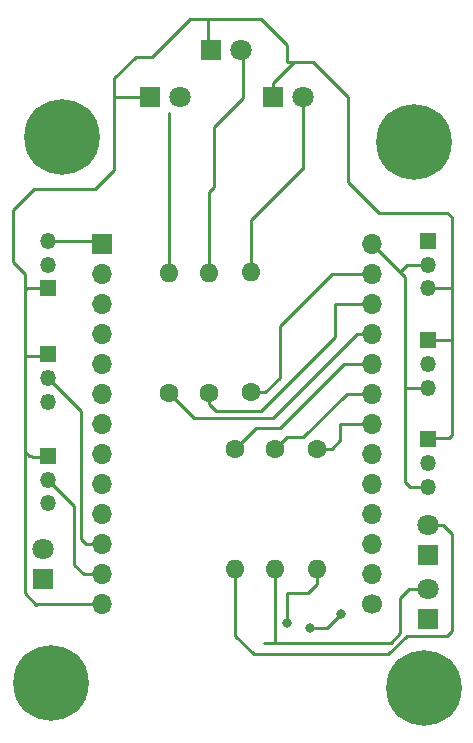
<source format=gbr>
%TF.GenerationSoftware,KiCad,Pcbnew,6.0.9-8da3e8f707~116~ubuntu20.04.1*%
%TF.CreationDate,2022-11-02T01:09:36+01:00*%
%TF.ProjectId,eleonora amianto 28bps,656c656f-6e6f-4726-9120-616d69616e74,rev?*%
%TF.SameCoordinates,Original*%
%TF.FileFunction,Copper,L1,Top*%
%TF.FilePolarity,Positive*%
%FSLAX46Y46*%
G04 Gerber Fmt 4.6, Leading zero omitted, Abs format (unit mm)*
G04 Created by KiCad (PCBNEW 6.0.9-8da3e8f707~116~ubuntu20.04.1) date 2022-11-02 01:09:36*
%MOMM*%
%LPD*%
G01*
G04 APERTURE LIST*
%TA.AperFunction,ComponentPad*%
%ADD10R,1.800000X1.800000*%
%TD*%
%TA.AperFunction,ComponentPad*%
%ADD11C,1.800000*%
%TD*%
%TA.AperFunction,ComponentPad*%
%ADD12C,1.600000*%
%TD*%
%TA.AperFunction,ComponentPad*%
%ADD13O,1.600000X1.600000*%
%TD*%
%TA.AperFunction,ComponentPad*%
%ADD14C,6.400000*%
%TD*%
%TA.AperFunction,ComponentPad*%
%ADD15R,1.350000X1.350000*%
%TD*%
%TA.AperFunction,ComponentPad*%
%ADD16O,1.350000X1.350000*%
%TD*%
%TA.AperFunction,ComponentPad*%
%ADD17R,1.700000X1.700000*%
%TD*%
%TA.AperFunction,ComponentPad*%
%ADD18O,1.700000X1.700000*%
%TD*%
%TA.AperFunction,ComponentPad*%
%ADD19C,1.700000*%
%TD*%
%TA.AperFunction,ViaPad*%
%ADD20C,0.800000*%
%TD*%
%TA.AperFunction,Conductor*%
%ADD21C,0.250000*%
%TD*%
G04 APERTURE END LIST*
D10*
%TO.P,D2,1,K*%
%TO.N,GND*%
X103600000Y-84200000D03*
D11*
%TO.P,D2,2,A*%
%TO.N,Net-(D2-Pad2)*%
X106140000Y-84200000D03*
%TD*%
D10*
%TO.P,D3,1,K*%
%TO.N,GND*%
X98460000Y-88200000D03*
D11*
%TO.P,D3,2,A*%
%TO.N,Net-(D3-Pad2)*%
X101000000Y-88200000D03*
%TD*%
D10*
%TO.P,D1,1,K*%
%TO.N,GND*%
X108800000Y-88200000D03*
D11*
%TO.P,D1,2,A*%
%TO.N,Net-(D1-Pad2)*%
X111340000Y-88200000D03*
%TD*%
D12*
%TO.P,R1,1*%
%TO.N,Net-(R1-Pad1)*%
X107000000Y-113200000D03*
D13*
%TO.P,R1,2*%
%TO.N,Net-(D1-Pad2)*%
X107000000Y-103040000D03*
%TD*%
D12*
%TO.P,R3,1*%
%TO.N,Net-(R3-Pad1)*%
X100000000Y-113290000D03*
D13*
%TO.P,R3,2*%
%TO.N,Net-(D3-Pad2)*%
X100000000Y-103130000D03*
%TD*%
D12*
%TO.P,R4,1*%
%TO.N,Net-(R4-Pad1)*%
X105600000Y-118000000D03*
D13*
%TO.P,R4,2*%
%TO.N,Net-(D4-Pad2)*%
X105600000Y-128160000D03*
%TD*%
D12*
%TO.P,R5,1*%
%TO.N,Net-(R5-Pad1)*%
X109000000Y-118000000D03*
D13*
%TO.P,R5,2*%
%TO.N,Net-(D5-Pad2)*%
X109000000Y-128160000D03*
%TD*%
D12*
%TO.P,R6,1*%
%TO.N,Net-(R6-Pad1)*%
X112600000Y-118000000D03*
D13*
%TO.P,R6,2*%
%TO.N,Net-(D6-Pad2)*%
X112600000Y-128160000D03*
%TD*%
D12*
%TO.P,R2,1*%
%TO.N,Net-(R2-Pad1)*%
X103400000Y-113290000D03*
D13*
%TO.P,R2,2*%
%TO.N,Net-(D2-Pad2)*%
X103400000Y-103130000D03*
%TD*%
D10*
%TO.P,D5,1,K*%
%TO.N,unconnected-(D5-Pad1)*%
X122000000Y-132400000D03*
D11*
%TO.P,D5,2,A*%
%TO.N,Net-(D5-Pad2)*%
X122000000Y-129860000D03*
%TD*%
D10*
%TO.P,D6,1,K*%
%TO.N,unconnected-(D6-Pad1)*%
X89400000Y-129000000D03*
D11*
%TO.P,D6,2,A*%
%TO.N,Net-(D6-Pad2)*%
X89400000Y-126460000D03*
%TD*%
D14*
%TO.P,REF\u002A\u002A,1*%
%TO.N,N/C*%
X90000000Y-137800000D03*
%TD*%
D15*
%TO.P,RV4,1,1*%
%TO.N,GND*%
X89750000Y-118600000D03*
D16*
%TO.P,RV4,2,2*%
%TO.N,Net-(RV4-Pad2)*%
X89750000Y-120600000D03*
%TO.P,RV4,3,3*%
%TO.N,VCC*%
X89750000Y-122600000D03*
%TD*%
D15*
%TO.P,M1,1,Pin_1*%
%TO.N,Net-(M1-Pad1)*%
X122000000Y-100400000D03*
D16*
%TO.P,M1,2,Pin_2*%
%TO.N,VCC*%
X122000000Y-102400000D03*
%TO.P,M1,3,Pin_3*%
%TO.N,GND*%
X122000000Y-104400000D03*
%TD*%
D15*
%TO.P,RV1,1,1*%
%TO.N,GND*%
X122000000Y-117200000D03*
D16*
%TO.P,RV1,2,2*%
%TO.N,Net-(RV1-Pad2)*%
X122000000Y-119200000D03*
%TO.P,RV1,3,3*%
%TO.N,VCC*%
X122000000Y-121200000D03*
%TD*%
D15*
%TO.P,HB1,1,Pin_1*%
%TO.N,GND*%
X89750000Y-104400000D03*
D16*
%TO.P,HB1,2,Pin_2*%
%TO.N,VCC*%
X89750000Y-102400000D03*
%TO.P,HB1,3,Pin_3*%
%TO.N,Net-(HB1-Pad3)*%
X89750000Y-100400000D03*
%TD*%
D14*
%TO.P,REF\u002A\u002A,1*%
%TO.N,N/C*%
X121600000Y-138200000D03*
%TD*%
D15*
%TO.P,RV3,1,1*%
%TO.N,GND*%
X89800000Y-110000000D03*
D16*
%TO.P,RV3,2,2*%
%TO.N,Net-(RV3-Pad2)*%
X89800000Y-112000000D03*
%TO.P,RV3,3,3*%
%TO.N,VCC*%
X89800000Y-114000000D03*
%TD*%
D14*
%TO.P,REF\u002A\u002A,1*%
%TO.N,N/C*%
X91000000Y-91600000D03*
%TD*%
D17*
%TO.P,U1,1,VP*%
%TO.N,Net-(HB1-Pad3)*%
X94340000Y-100635000D03*
D18*
%TO.P,U1,2,VN*%
%TO.N,unconnected-(U1-Pad2)*%
X94340000Y-103175000D03*
%TO.P,U1,3,EN*%
%TO.N,unconnected-(U1-Pad3)*%
X94340000Y-105715000D03*
%TO.P,U1,4,34*%
%TO.N,unconnected-(U1-Pad4)*%
X94340000Y-108255000D03*
%TO.P,U1,5,35*%
%TO.N,unconnected-(U1-Pad5)*%
X94340000Y-110795000D03*
%TO.P,U1,6,32*%
%TO.N,unconnected-(U1-Pad6)*%
X94340000Y-113335000D03*
%TO.P,U1,7,33*%
%TO.N,unconnected-(U1-Pad7)*%
X94340000Y-115875000D03*
%TO.P,U1,8,25*%
%TO.N,unconnected-(U1-Pad8)*%
X94340000Y-118415000D03*
%TO.P,U1,9,26*%
%TO.N,Net-(RV1-Pad2)*%
X94340000Y-120955000D03*
%TO.P,U1,10,27*%
%TO.N,Net-(RV2-Pad2)*%
X94340000Y-123495000D03*
%TO.P,U1,11,14*%
%TO.N,Net-(RV3-Pad2)*%
X94340000Y-126035000D03*
%TO.P,U1,12,12*%
%TO.N,Net-(RV4-Pad2)*%
X94340000Y-128575000D03*
%TO.P,U1,13,GND*%
%TO.N,GND*%
X94340000Y-131115000D03*
D19*
%TO.P,U1,14,13*%
%TO.N,unconnected-(U1-Pad14)*%
X117200000Y-131115000D03*
D18*
%TO.P,U1,15,15*%
%TO.N,Net-(M1-Pad1)*%
X117200000Y-128575000D03*
%TO.P,U1,16,2*%
%TO.N,unconnected-(U1-Pad16)*%
X117200000Y-126035000D03*
%TO.P,U1,17,0*%
%TO.N,unconnected-(U1-Pad17)*%
X117200000Y-123495000D03*
%TO.P,U1,18,4*%
%TO.N,unconnected-(U1-Pad18)*%
X117200000Y-120955000D03*
%TO.P,U1,19,16*%
%TO.N,unconnected-(U1-Pad19)*%
X117200000Y-118415000D03*
%TO.P,U1,20,17*%
%TO.N,Net-(R6-Pad1)*%
X117200000Y-115875000D03*
%TO.P,U1,21,5*%
%TO.N,Net-(R5-Pad1)*%
X117200000Y-113335000D03*
%TO.P,U1,22,18*%
%TO.N,Net-(R4-Pad1)*%
X117200000Y-110795000D03*
%TO.P,U1,23,23*%
%TO.N,Net-(R3-Pad1)*%
X117200000Y-108255000D03*
%TO.P,U1,24,19*%
%TO.N,Net-(R2-Pad1)*%
X117200000Y-105715000D03*
%TO.P,U1,25,22*%
%TO.N,Net-(R1-Pad1)*%
X117200000Y-103175000D03*
%TO.P,U1,26,3v3*%
%TO.N,VCC*%
X117200000Y-100635000D03*
%TD*%
D10*
%TO.P,D4,1,K*%
%TO.N,unconnected-(D4-Pad1)*%
X122000000Y-127000000D03*
D11*
%TO.P,D4,2,A*%
%TO.N,Net-(D4-Pad2)*%
X122000000Y-124460000D03*
%TD*%
D15*
%TO.P,RV2,1,1*%
%TO.N,GND*%
X122000000Y-108800000D03*
D16*
%TO.P,RV2,2,2*%
%TO.N,Net-(RV2-Pad2)*%
X122000000Y-110800000D03*
%TO.P,RV2,3,3*%
%TO.N,VCC*%
X122000000Y-112800000D03*
%TD*%
D14*
%TO.P,REF\u002A\u002A,1*%
%TO.N,N/C*%
X120800000Y-92000000D03*
%TD*%
D20*
%TO.N,Net-(RV1-Pad2)*%
X112000000Y-133200000D03*
X114600000Y-132000000D03*
%TO.N,Net-(D6-Pad2)*%
X110062500Y-132737500D03*
%TD*%
D21*
%TO.N,Net-(D1-Pad2)*%
X109850000Y-95750000D02*
X111300000Y-94300000D01*
X111340000Y-94260000D02*
X111300000Y-94300000D01*
X111340000Y-88200000D02*
X111340000Y-94260000D01*
%TO.N,GND*%
X110600000Y-85200000D02*
X112200000Y-85200000D01*
X110000000Y-85200000D02*
X110600000Y-85200000D01*
X110600000Y-85200000D02*
X108800000Y-87000000D01*
X108800000Y-87000000D02*
X108800000Y-88200000D01*
X95400000Y-86600000D02*
X95400000Y-88200000D01*
X98460000Y-88200000D02*
X95400000Y-88200000D01*
X95400000Y-88200000D02*
X95400000Y-94400000D01*
X103200000Y-81600000D02*
X101800000Y-81600000D01*
X101800000Y-81600000D02*
X98600000Y-84800000D01*
X98600000Y-84800000D02*
X97200000Y-84800000D01*
X97200000Y-84800000D02*
X95400000Y-86600000D01*
X95400000Y-94400000D02*
X93800000Y-96000000D01*
X93800000Y-96000000D02*
X88600000Y-96000000D01*
X88600000Y-96000000D02*
X86800000Y-97800000D01*
X86800000Y-102200000D02*
X87800000Y-103200000D01*
X86800000Y-97800000D02*
X86800000Y-102200000D01*
X87800000Y-103200000D02*
X87800000Y-104600000D01*
X98460000Y-88200000D02*
X98460000Y-88340000D01*
%TO.N,Net-(D3-Pad2)*%
X100000000Y-89600000D02*
X100000000Y-103130000D01*
%TO.N,Net-(D2-Pad2)*%
X103800000Y-95840000D02*
X103400000Y-96240000D01*
X103400000Y-96240000D02*
X103400000Y-103130000D01*
%TO.N,Net-(D1-Pad2)*%
X109850000Y-95750000D02*
X107000000Y-98600000D01*
X107000000Y-98600000D02*
X107000000Y-103040000D01*
%TO.N,Net-(R1-Pad1)*%
X117200000Y-103175000D02*
X113825000Y-103175000D01*
X113825000Y-103175000D02*
X109400000Y-107600000D01*
X109400000Y-107600000D02*
X109400000Y-112000000D01*
X109400000Y-112000000D02*
X108200000Y-113200000D01*
X108200000Y-113200000D02*
X107000000Y-113200000D01*
%TO.N,Net-(R2-Pad1)*%
X114085000Y-105715000D02*
X117200000Y-105715000D01*
X114085000Y-105715000D02*
X114085000Y-108515000D01*
X114085000Y-108515000D02*
X107800000Y-114800000D01*
X107800000Y-114800000D02*
X104000000Y-114800000D01*
X104000000Y-114800000D02*
X103400000Y-114200000D01*
X103400000Y-114200000D02*
X103400000Y-113290000D01*
%TO.N,Net-(R3-Pad1)*%
X115945000Y-108255000D02*
X108800000Y-115400000D01*
X117200000Y-108255000D02*
X115945000Y-108255000D01*
X108800000Y-115400000D02*
X102110000Y-115400000D01*
X102110000Y-115400000D02*
X100000000Y-113290000D01*
%TO.N,Net-(R4-Pad1)*%
X109400000Y-116200000D02*
X107400000Y-116200000D01*
X114805000Y-110795000D02*
X109400000Y-116200000D01*
X107400000Y-116200000D02*
X105600000Y-118000000D01*
%TO.N,Net-(D4-Pad2)*%
X105600000Y-128160000D02*
X105600000Y-133800000D01*
X107200000Y-135400000D02*
X118600000Y-135400000D01*
X105600000Y-133800000D02*
X107200000Y-135400000D01*
%TO.N,Net-(D5-Pad2)*%
X108062500Y-134400000D02*
X109000000Y-134400000D01*
X109000000Y-134400000D02*
X118800000Y-134400000D01*
X109000000Y-128160000D02*
X109000000Y-134400000D01*
%TO.N,Net-(R5-Pad1)*%
X111400000Y-117000000D02*
X115065000Y-113335000D01*
X109000000Y-118000000D02*
X110000000Y-117000000D01*
X110000000Y-117000000D02*
X111400000Y-117000000D01*
%TO.N,Net-(D6-Pad2)*%
X111800000Y-130200000D02*
X112600000Y-129400000D01*
X110062500Y-130200000D02*
X111800000Y-130200000D01*
X112600000Y-129400000D02*
X112600000Y-128160000D01*
%TO.N,Net-(R6-Pad1)*%
X114525000Y-117275000D02*
X113800000Y-118000000D01*
X114525000Y-115875000D02*
X114525000Y-117275000D01*
X113800000Y-118000000D02*
X112600000Y-118000000D01*
%TO.N,Net-(D2-Pad2)*%
X106287500Y-84000000D02*
X106287500Y-88287500D01*
X103800000Y-95840000D02*
X103800000Y-90775000D01*
X103800000Y-90775000D02*
X106287500Y-88287500D01*
%TO.N,Net-(HB1-Pad3)*%
X89750000Y-100400000D02*
X94105000Y-100400000D01*
X94105000Y-100400000D02*
X94340000Y-100635000D01*
%TO.N,Net-(RV1-Pad2)*%
X114600000Y-132000000D02*
X113400000Y-133200000D01*
X113400000Y-133200000D02*
X112000000Y-133200000D01*
%TO.N,Net-(RV3-Pad2)*%
X92600000Y-114800000D02*
X92600000Y-125600000D01*
X92600000Y-125600000D02*
X93035000Y-126035000D01*
X93035000Y-126035000D02*
X94340000Y-126035000D01*
X89800000Y-112000000D02*
X92600000Y-114800000D01*
%TO.N,Net-(RV4-Pad2)*%
X92825000Y-128575000D02*
X94340000Y-128575000D01*
X89750000Y-120600000D02*
X92000000Y-122850000D01*
X92000000Y-122850000D02*
X92000000Y-127800000D01*
X92000000Y-127800000D02*
X92800000Y-128600000D01*
X92800000Y-128600000D02*
X92825000Y-128575000D01*
%TO.N,GND*%
X112200000Y-85200000D02*
X115200000Y-88200000D01*
X122000000Y-108800000D02*
X124000000Y-108800000D01*
X89750000Y-104400000D02*
X88000000Y-104400000D01*
X88400000Y-118600000D02*
X88450000Y-118650000D01*
X124000000Y-104400000D02*
X124000000Y-108800000D01*
X87950000Y-110150000D02*
X87800000Y-110000000D01*
X103200000Y-81600000D02*
X107800000Y-81600000D01*
X123950000Y-112350000D02*
X124000000Y-112400000D01*
X124000000Y-108800000D02*
X124000000Y-112400000D01*
X88450000Y-118650000D02*
X89750000Y-118650000D01*
X123600000Y-98000000D02*
X124000000Y-98400000D01*
X122000000Y-104400000D02*
X124000000Y-104400000D01*
X115200000Y-95400000D02*
X117800000Y-98000000D01*
X88200000Y-118600000D02*
X88400000Y-118600000D01*
X87800000Y-110000000D02*
X87800000Y-118200000D01*
X117800000Y-98000000D02*
X123600000Y-98000000D01*
X89750000Y-110150000D02*
X87950000Y-110150000D01*
X124000000Y-98400000D02*
X124000000Y-99600000D01*
X88885000Y-131115000D02*
X94340000Y-131115000D01*
X87800000Y-118200000D02*
X87800000Y-130200000D01*
X88000000Y-104400000D02*
X87800000Y-104600000D01*
X87800000Y-118200000D02*
X88200000Y-118600000D01*
X107800000Y-81600000D02*
X110000000Y-83800000D01*
X123700000Y-117100000D02*
X124000000Y-116800000D01*
X124000000Y-112400000D02*
X124000000Y-116800000D01*
X124000000Y-99600000D02*
X124000000Y-104400000D01*
X103312500Y-81712500D02*
X103200000Y-81600000D01*
X103312500Y-84000000D02*
X103312500Y-81712500D01*
X122000000Y-117100000D02*
X123700000Y-117100000D01*
X115200000Y-88200000D02*
X115200000Y-95400000D01*
X87800000Y-104600000D02*
X87800000Y-110000000D01*
X110000000Y-83800000D02*
X110000000Y-85200000D01*
X87800000Y-130200000D02*
X88800000Y-131200000D01*
X88800000Y-131200000D02*
X88885000Y-131115000D01*
%TO.N,Net-(R6-Pad1)*%
X114525000Y-115875000D02*
X117200000Y-115875000D01*
%TO.N,Net-(R5-Pad1)*%
X115065000Y-113335000D02*
X117200000Y-113335000D01*
%TO.N,Net-(R4-Pad1)*%
X114805000Y-110795000D02*
X117200000Y-110795000D01*
%TO.N,VCC*%
X120000000Y-110400000D02*
X120000000Y-112800000D01*
X120000000Y-120800000D02*
X120400000Y-121200000D01*
X119582500Y-103017500D02*
X120000000Y-103435000D01*
X120000000Y-112800000D02*
X120000000Y-120800000D01*
X122000000Y-112800000D02*
X120000000Y-112800000D01*
X122000000Y-102400000D02*
X120200000Y-102400000D01*
X117200000Y-100635000D02*
X119582500Y-103017500D01*
X120400000Y-121200000D02*
X122000000Y-121200000D01*
X120050000Y-110350000D02*
X120000000Y-110400000D01*
X120000000Y-103435000D02*
X120000000Y-104400000D01*
X120000000Y-104400000D02*
X120000000Y-110400000D01*
X120200000Y-102400000D02*
X119582500Y-103017500D01*
%TO.N,Net-(D6-Pad2)*%
X110062500Y-130200000D02*
X110062500Y-132737500D01*
X110062500Y-132737500D02*
X110000000Y-132800000D01*
%TO.N,Net-(D5-Pad2)*%
X120340000Y-129860000D02*
X122000000Y-129860000D01*
X119600000Y-130600000D02*
X120340000Y-129860000D01*
X119600000Y-133600000D02*
X119600000Y-130600000D01*
X118800000Y-134400000D02*
X119600000Y-133600000D01*
%TO.N,Net-(D4-Pad2)*%
X124000000Y-125200000D02*
X123260000Y-124460000D01*
X120200000Y-133800000D02*
X123600000Y-133800000D01*
X124000000Y-133400000D02*
X124000000Y-125200000D01*
X123600000Y-133800000D02*
X124000000Y-133400000D01*
X118600000Y-135400000D02*
X120200000Y-133800000D01*
X123260000Y-124460000D02*
X122000000Y-124460000D01*
%TD*%
M02*

</source>
